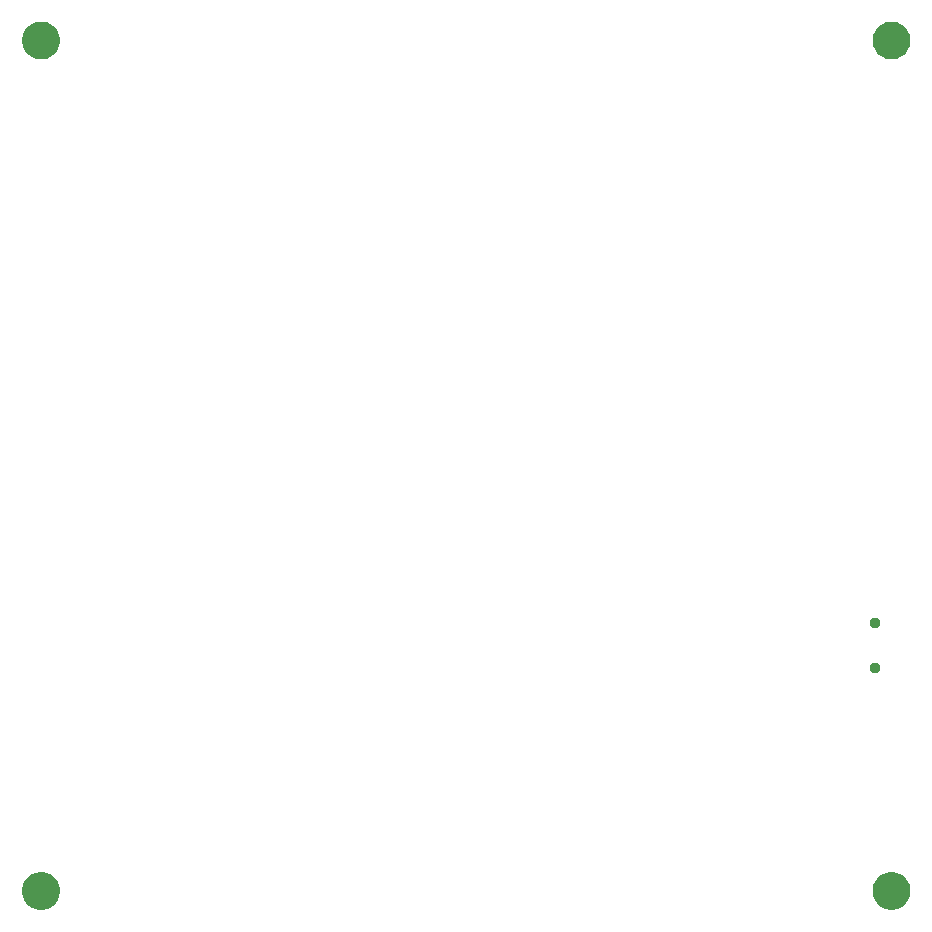
<source format=gbr>
%TF.GenerationSoftware,Altium Limited,Altium Designer,21.6.1 (37)*%
G04 Layer_Color=0*
%FSLAX45Y45*%
%MOMM*%
%TF.SameCoordinates,308497C2-864B-4A42-B135-7B231B7309CE*%
%TF.FilePolarity,Positive*%
%TF.FileFunction,NonPlated,1,4,NPTH,Drill*%
%TF.Part,Single*%
G01*
G75*
%TA.AperFunction,ComponentDrill*%
%ADD168C,0.95000*%
G36*
X240000Y400635D02*
Y384876D01*
X246149Y353964D01*
X258210Y324846D01*
X275720Y298641D01*
X298006Y276355D01*
X324212Y258845D01*
X353330Y246784D01*
X384242Y240635D01*
X400000D01*
X415759D01*
X446670Y246784D01*
X475788Y258845D01*
X501994Y276355D01*
X524280Y298641D01*
X541790Y324846D01*
X553851Y353964D01*
X560000Y384876D01*
Y400635D01*
Y416393D01*
X553851Y447305D01*
X541790Y476423D01*
X524280Y502629D01*
X501994Y524915D01*
X475788Y542425D01*
X446670Y554486D01*
X415759Y560635D01*
X400000D01*
X384242D01*
X353330Y554486D01*
X324212Y542425D01*
X298006Y524915D01*
X275720Y502629D01*
X258210Y476423D01*
X246149Y447305D01*
X240000Y416393D01*
Y400635D01*
D01*
D02*
G37*
G36*
X7440000D02*
Y384876D01*
X7446149Y353964D01*
X7458210Y324846D01*
X7475720Y298641D01*
X7498006Y276355D01*
X7524212Y258845D01*
X7553330Y246784D01*
X7584242Y240635D01*
X7600000D01*
X7615759D01*
X7646671Y246784D01*
X7675789Y258845D01*
X7701994Y276355D01*
X7724280Y298641D01*
X7741790Y324846D01*
X7753851Y353964D01*
X7760000Y384876D01*
Y400635D01*
Y416393D01*
X7753851Y447305D01*
X7741790Y476423D01*
X7724280Y502629D01*
X7701994Y524915D01*
X7675789Y542425D01*
X7646671Y554486D01*
X7615759Y560635D01*
X7600000D01*
X7584242D01*
X7553330Y554486D01*
X7524212Y542425D01*
X7498006Y524915D01*
X7475720Y502629D01*
X7458210Y476423D01*
X7446149Y447305D01*
X7440000Y416393D01*
Y400635D01*
D01*
D02*
G37*
G36*
Y7600635D02*
Y7584876D01*
X7446149Y7553965D01*
X7458210Y7524847D01*
X7475720Y7498641D01*
X7498006Y7476355D01*
X7524212Y7458845D01*
X7553330Y7446784D01*
X7584242Y7440635D01*
X7600000D01*
X7615759D01*
X7646671Y7446784D01*
X7675789Y7458845D01*
X7701994Y7476355D01*
X7724280Y7498641D01*
X7741790Y7524847D01*
X7753851Y7553965D01*
X7760000Y7584876D01*
Y7600635D01*
Y7616393D01*
X7753851Y7647305D01*
X7741790Y7676423D01*
X7724280Y7702629D01*
X7701994Y7724915D01*
X7675789Y7742425D01*
X7646671Y7754486D01*
X7615759Y7760635D01*
X7600000D01*
X7584242D01*
X7553330Y7754486D01*
X7524212Y7742425D01*
X7498006Y7724915D01*
X7475720Y7702629D01*
X7458210Y7676423D01*
X7446149Y7647305D01*
X7440000Y7616393D01*
Y7600635D01*
D01*
D02*
G37*
G36*
X400000Y7440635D02*
X384242D01*
X353330Y7446784D01*
X324212Y7458845D01*
X298006Y7476355D01*
X275720Y7498641D01*
X258210Y7524847D01*
X246149Y7553965D01*
X240000Y7584876D01*
Y7600635D01*
Y7616393D01*
X246149Y7647305D01*
X258210Y7676423D01*
X275720Y7702629D01*
X298006Y7724915D01*
X324212Y7742425D01*
X353330Y7754486D01*
X384242Y7760635D01*
X400000D01*
X415759D01*
X446670Y7754486D01*
X475788Y7742425D01*
X501994Y7724915D01*
X524280Y7702629D01*
X541790Y7676423D01*
X553851Y7647305D01*
X560000Y7616393D01*
Y7600635D01*
Y7584876D01*
X553851Y7553965D01*
X541790Y7524847D01*
X524280Y7498641D01*
X501994Y7476355D01*
X475788Y7458845D01*
X446670Y7446784D01*
X415759Y7440635D01*
X400000D01*
D01*
D02*
G37*
D168*
X7462576Y2665500D02*
D03*
Y2284500D02*
D03*
%TF.MD5,aff578b39a828a9cc96f0d657149bdbc*%
M02*

</source>
